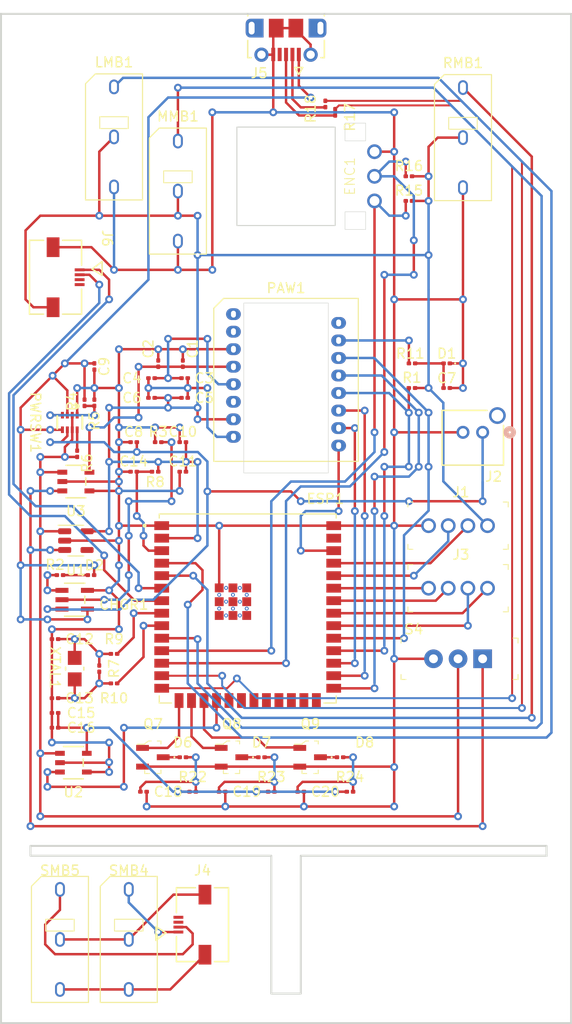
<source format=kicad_pcb>
(kicad_pcb (version 20221018) (generator pcbnew)
  (layers (0 "F.Cu" signal) (31 "B.Cu" signal) (34 "B.Paste" user) (35 "F.Paste" user) (36 "B.SilkS" user "B.Silkscreen") (37 "F.SilkS" user "F.Silkscreen") (38 "B.Mask" user) (39 "F.Mask" user) (44 "Edge.Cuts" user))
  (net 0 "")
  (net 1 "PWR_1.9V")
  (net 2 "VDDREG")
  (net 3 "GND1")
  (net 4 "Net-(D1-A)")
  (net 5 "+BATT")
  (net 6 "VBUS")
  (net 7 "Net-(C12-Pad2)")
  (net 8 "Net-(C13-Pad2)")
  (net 9 "EN")
  (net 10 "Net-(D6-A)")
  (net 11 "Net-(D7-A)")
  (net 12 "Net-(D8-A)")
  (net 13 "Net-(CHGR1-STAT)")
  (net 14 "Net-(CHGR1-VSS)")
  (net 15 "Net-(D2-K)")
  (net 16 "Net-(D6-K)")
  (net 17 "Net-(D7-K)")
  (net 18 "Net-(D8-K)")
  (net 19 "SCROLL_UP")
  (net 20 "SCROLL_DOWN")
  (net 21 "SW1_COM")
  (net 22 "SW2_COM")
  (net 23 "SW3_COM")
  (net 24 "SW4_COM")
  (net 25 "XTAL1")
  (net 26 "XTAL2")
  (net 27 "SCROLL_CLICK")
  (net 28 "USB_D-")
  (net 29 "USB_D+")
  (net 30 "LED_R")
  (net 31 "LED_G")
  (net 32 "LED_B")
  (net 33 "PWR_5V_EN")
  (net 42 "NCS")
  (net 43 "MOSI")
  (net 44 "SCLK")
  (net 45 "MISO")
  (net 46 "NRESET")
  (net 47 "TCK")
  (net 48 "TDO")
  (net 49 "TDI")
  (net 50 "TMS")
  (net 51 "RXD0")
  (net 52 "TXD0")
  (net 53 "MOTION")
  (net 55 "Net-(J5-D-)")
  (net 56 "Net-(J5-D+)")
  (net 61 "LED_P")
  (net 63 "PWR_OUT")
  (net 64 "Net-(PWRSW1-PR1)")
  (net 65 "PWRSTAT")
  (net 66 "PWR_EN")
  (net 68 "GND")
  (net 69 "PWR_3.3V")
  (net 70 "PWR_5V")
  (net 75 "PWR_3.3V_OFF")
  (net 76 "SW4_COM_OFF")
  (net 77 "SW3_COM_OFF")
  (net 78 "GND_OFF")
  (footprint "Capacitor_SMD:C_0201_0603Metric" (layer "F.Cu") (at 60.7 63.95)
    (fp_text reference "C8")
    (fp_text value "4.7uF" hide)
  )
  (footprint "Resistor_SMD:R_0201_0603Metric" (layer "F.Cu") (at 80.2 29.605 -90)
    (fp_text reference "R18")
    (fp_text value "22" hide)
  )
  (footprint "Resistor_SMD:R_0201_0603Metric" (layer "F.Cu") (at 57.2 86.95 -90)
    (fp_text reference "R7")
    (fp_text value "??" hide)
  )
  (footprint "Package_TO_SOT_SMD:SOT-23-5" (layer "F.Cu") (at 54.82 73.95)
    (fp_text reference "U1")
    (fp_text value "AP2112K-3.3" hide)
  )
  (footprint "Capacitor_SMD:C_0201_0603Metric" (layer "F.Cu") (at 61.7 99.45)
    (fp_text reference "C18")
    (fp_text value "4.7uF" hide)
  )
  (footprint "digikey-footprints:PinHeader_1x4_P2mm_Drill1mm" (layer "F.Cu") (at 90.7 78.78)
    (fp_text reference "J3")
    (fp_text value "B4B-PH-K-S_LF__SN_" hide)
  )
  (footprint "switch_kailh:KailhSw" (layer "F.Cu") (at 65.2 33.37 -90)
    (fp_text reference "MMB1")
    (fp_text value "~" hide)
  )
  (footprint "LED_SMD:LED_0201_0603Metric" (layer "F.Cu") (at 81.7 95.95)
    (fp_text reference "D8")
    (fp_text value "LED_B" hide)
  )
  (footprint "Resistor_SMD:R_0201_0603Metric" (layer "F.Cu") (at 53.2 77.45 180)
    (fp_text reference "R2")
    (fp_text value "470" hide)
  )
  (footprint "Resistor_SMD:R_0201_0603Metric" (layer "F.Cu") (at 58.7 88.45 180)
    (fp_text reference "R10")
    (fp_text value "0" hide)
  )
  (footprint "Capacitor_SMD:C_0201_0603Metric" (layer "F.Cu") (at 56.7 56.27 90)
    (fp_text reference "C9")
    (fp_text value "4.7uF" hide)
  )
  (footprint "Capacitor_SMD:C_0201_0603Metric" (layer "F.Cu") (at 65.88 59.45)
    (fp_text reference "C5")
    (fp_text value "100nF" hide)
  )
  (footprint "molex_4pin:CON_5051100492_MOL" (layer "F.Cu") (at 67.7 112.95 90)
    (fp_text reference "J4")
    (fp_text value "5051100492" hide)
  )
  (footprint "digikey-footprints:SOT-23-3" (layer "F.Cu") (at 70.65 95.95)
    (fp_text reference "Q8")
    (fp_text value "MMBT3904-7-F" hide)
  )
  (footprint "Resistor_SMD:R_0201_0603Metric" (layer "F.Cu") (at 81.2 30.45 -90)
    (fp_text reference "R17")
    (fp_text value "22" hide)
  )
  (footprint "Capacitor_SMD:C_0201_0603Metric" (layer "F.Cu") (at 65.7 66.95)
    (fp_text reference "C11")
    (fp_text value "0.1uF" hide)
  )
  (footprint "Capacitor_SMD:C_0201_0603Metric" (layer "F.Cu") (at 52.7 91.45)
    (fp_text reference "C15")
    (fp_text value "22uF" hide)
  )
  (footprint "Resistor_SMD:R_0201_0603Metric" (layer "F.Cu") (at 58.7 85.45 180)
    (fp_text reference "R9")
    (fp_text value "0" hide)
  )
  (footprint "Resistor_SMD:R_0201_0603Metric" (layer "F.Cu") (at 82.7 99.45)
    (fp_text reference "R24")
    (fp_text value "??" hide)
  )
  (footprint "Capacitor_SMD:C_0201_0603Metric" (layer "F.Cu") (at 69.7 99.45)
    (fp_text reference "C19")
    (fp_text value "4.7uF" hide)
  )
  (footprint "Capacitor_SMD:C_0201_0603Metric" (layer "F.Cu") (at 60.7 66.95)
    (fp_text reference "C14")
    (fp_text value "1uF" hide)
  )
  (footprint "molex_4pin:CON_5051100492_MOL" (layer "F.Cu") (at 52.75 47.2 -90)
    (fp_text reference "J6")
    (fp_text value "5051100492" hide)
  )
  (footprint "Resistor_SMD:R_0201_0603Metric" (layer "F.Cu") (at 89.02 55.95)
    (fp_text reference "R11")
    (fp_text value "5.6" hide)
  )
  (footprint "TTC_GOLD_ENCODER:TTC_GOLD_ENCODER" (layer "F.Cu") (at 85.2 36.95 90)
    (fp_text reference "ENC1")
    (fp_text value "~" hide)
    (fp_rect (start -5.4 -3) (end -3.6 -0.9) (stroke (width 0.05)) (fill none) (layer "Edge.Cuts"))
    (fp_rect (start 3.6 -3) (end 5.4 -0.9) (stroke (width 0.05)) (fill none) (layer "Edge.Cuts"))
  )
  (footprint "digikey-footprints:SOT-23-3" (layer "F.Cu") (at 62.65 95.95)
    (fp_text reference "Q7")
    (fp_text value "MMBT3904-7-F" hide)
  )
  (footprint "usb_micro:MOLEX_1050170001" (layer "F.Cu") (at 76.2 20.45 180)
    (fp_text reference "J5")
    (fp_text value "USB_B_Micro" hide)
  )
  (footprint "Resistor_SMD:R_0201_0603Metric" (layer "F.Cu") (at 62.88 66.95 180)
    (fp_text reference "R8")
    (fp_text value "10k" hide)
  )
  (footprint "switch_kailh:KailhSw" (layer "F.Cu") (at 58.7 27.87 -90)
    (fp_text reference "LMB1")
    (fp_text value "~" hide)
  )
  (footprint "RT3215_32_768_12_5_TR:RT3215_RAL" (layer "F.Cu") (at 54.7 86.95 -90)
    (fp_text reference "XTAL1")
    (fp_text value "RT3215-32.768-12.5-TR" hide)
  )
  (footprint "Capacitor_SMD:C_0201_0603Metric" (layer "F.Cu") (at 77.7 99.45)
    (fp_text reference "C20")
    (fp_text value "4.7uF" hide)
  )
  (footprint "digikey-footprints:SOT-23-3" (layer "F.Cu") (at 78.65 95.95)
    (fp_text reference "Q9")
    (fp_text value "MMBT3904-7-F" hide)
  )
  (footprint "MCP73831T_2ACI_OT:SOT-23-5_MC_MCH" (layer "F.Cu") (at 54.7 79.95)
    (fp_text reference "CHGR1")
    (fp_text value "MCP73831T-2ACI/OT" hide)
  )
  (footprint "LED_SMD:LED_0201_0603Metric" (layer "F.Cu") (at 65.7 95.95)
    (fp_text reference "D6")
    (fp_text value "LED_R" hide)
  )
  (footprint "Capacitor_SMD:C_0201_0603Metric" (layer "F.Cu") (at 92.545 58.45)
    (fp_text reference "C7")
    (fp_text value "33uF" hide)
  )
  (footprint "switch_kailh:KailhSw" (layer "F.Cu") (at 94.2 27.94 -90)
    (fp_text reference "RMB1")
    (fp_text value "~" hide)
  )
  (footprint "digikey-footprints:PinHeader_1x4_P2mm_Drill1mm" (layer "F.Cu") (at 90.7 72.43)
    (fp_text reference "J1")
    (fp_text value "B4B-PH-K-S_LF__SN_" hide)
  )
  (footprint "Capacitor_SMD:C_0201_0603Metric" (layer "F.Cu") (at 65.7 63.95)
    (fp_text reference "C10")
    (fp_text value "22uF" hide)
  )
  (footprint "LED_SMD:LED_0201_0603Metric" (layer "F.Cu") (at 56.355 77.45)
    (fp_text reference "D2")
    (fp_text value "LED" hide)
  )
  (footprint "sensor_paw3395:PAW3395" (layer "F.Cu") (at 81.55 64.3 -90)
    (fp_text reference "PAW1")
    (fp_text value "~" hide)
    (fp_rect (start -14.48 1.05) (end 2.78 9.65) (stroke (width 0.05)) (fill none) (layer "Edge.Cuts"))
  )
  (footprint "Resistor_SMD:R_0201_0603Metric" (layer "F.Cu") (at 55.7 59.95 -90)
    (fp_text reference "R4")
    (fp_text value "10k" hide)
  )
  (footprint "Resistor_SMD:R_0201_0603Metric" (layer "F.Cu") (at 88.7 39.45)
    (fp_text reference "R15")
    (fp_text value "10k" hide)
  )
  (footprint "MIC5219_5_0YM5_TR:SOT-23-5_M5_MCH" (layer "F.Cu") (at 54.56525 96.499999)
    (fp_text reference "U2")
    (fp_text value "MIC5219-5.0YM5-TR" hide)
  )
  (footprint "Resistor_SMD:R_0201_0603Metric" (layer "F.Cu") (at 88.7 36.95)
    (fp_text reference "R16")
    (fp_text value "10k" hide)
  )
  (footprint "switch_kailh:KailhSw" (layer "F.Cu") (at 53.2 109.37 -90)
    (fp_text reference "SMB5")
    (fp_text value "~" hide)
  )
  (footprint "switch_kailh:KailhSw" (layer "F.Cu") (at 60.2 109.37 -90)
    (fp_text reference "SMB4")
    (fp_text value "~" hide)
  )
  (footprint "Capacitor_SMD:C_0201_0603Metric" (layer "F.Cu") (at 62.52 57.45)
    (fp_text reference "C4")
    (fp_text value "4.7uF" hide)
  )
  (footprint "ESP32-S3-WROOM-1U:ESP32-S3-WROOM-1U" (layer "F.Cu") (at 72.3 80.84)
    (fp_text reference "ESP1")
    (fp_text value "ESP32-S3-WROOM-1U" hide)
  )
  (footprint "Capacitor_SMD:C_0201_0603Metric" (layer "F.Cu") (at 62.52 59.45)
    (fp_text reference "C6")
    (fp_text value "10uF" hide)
  )
  (footprint "Capacitor_SMD:C_0201_0603Metric" (layer "F.Cu") (at 65.7 55.97 -90)
    (fp_text reference "C1")
    (fp_text value "10uF" hide)
  )
  (footprint "LED_SMD:LED_0201_0603Metric" (layer "F.Cu") (at 73.7 95.95)
    (fp_text reference "D7")
    (fp_text value "LED_G" hide)
  )
  (footprint "Capacitor_SMD:C_0201_0603Metric" (layer "F.Cu") (at 52.7 92.95)
    (fp_text reference "C16")
    (fp_text value "0.1uF" hide)
  )
  (footprint "Capacitor_SMD:C_0201_0603Metric" (layer "F.Cu") (at 52.7 83.95)
    (fp_text reference "C12")
    (fp_text value "12pF" hide)
  )
  (footprint "Resistor_SMD:R_0201_0603Metric" (layer "F.Cu") (at 89.007701 58.45)
    (fp_text reference "R1")
    (fp_text value "10k" hide)
  )
  (footprint "Resistor_SMD:R_0201_0603Metric" (layer "F.Cu") (at 66.7 99.45)
    (fp_text reference "R22")
    (fp_text value "??" hide)
  )
  (footprint "TPS78319DDCT:DDC5_TEX" (layer "F.Cu") (at 54.82 67.95)
    (fp_text reference "U3")
    (fp_text value "TPS78319DDCT" hide)
  )
  (footprint "Capacitor_SMD:C_0201_0603Metric" (layer "F.Cu") (at 63.2 55.97 90)
    (fp_text reference "C2")
    (fp_text value "10uF" hide)
  )
  (footprint "LED_SMD:LED_0201_0603Metric" (layer "F.Cu") (at 92.545 55.95 180)
    (fp_text reference "D1")
    (fp_text value "LED" hide)
  )
  (footprint "Resistor_SMD:R_0201_0603Metric" (layer "F.Cu") (at 54.950001 65.13 90)
    (fp_text reference "R6")
    (fp_text value "10k" hide)
  )
  (footprint "conn_bat:CONN_B02B-PASK-1_JST" (layer "F.Cu") (at 96.200001 62.95)
    (fp_text reference "J2")
    (fp_text value "B02B-PASK-1" hide)
  )
  (footprint "Capacitor_SMD:C_0201_0603Metric" (layer "F.Cu") (at 65.88 57.45)
    (fp_text reference "C3")
    (fp_text value "100nF" hide)
  )
  (footprint "Resistor_SMD:R_0201_0603Metric" (layer "F.Cu") (at 56.7 59.95 -90)
    (fp_text reference "R5")
    (fp_text value "10k" hide)
  )
  (footprint "digikey-footprints:Switch_Slide_11.6x4mm_EG1218" (layer "F.Cu") (at 96.2 85.95 180)
    (fp_text reference "S4")
    (fp_text value "EG1218" hide)
  )
  (footprint "Resistor_SMD:R_0201_0603Metric" (layer "F.Cu") (at 63.2 63.95)
    (fp_text reference "R3")
    (fp_text value "2k" hide)
  )
  (footprint "Resistor_SMD:R_0201_0603Metric" (layer "F.Cu") (at 74.7 99.45)
    (fp_text reference "R23")
    (fp_text value "??" hide)
  )
  (footprint "TPS2116DRLR:DRL0008A-MFG" (layer "F.Cu") (at 54.2 61.95 -90)
    (fp_text reference "PWRSW1")
    (fp_text value "TPS2116DRLR" hide)
  )
  (footprint "Capacitor_SMD:C_0201_0603Metric" (layer "F.Cu") (at 52.7 89.95)
    (fp_text reference "C13")
    (fp_text value "12pF" hide)
  )
  (gr_rect (start 47.2 20.45) (end 105.2 122.95) (stroke (width 0.2)) (fill none) (layer "Edge.Cuts"))
  (gr_rect (start 71.2 31.95) (end 81.2 41.95) (stroke (width 0.1)) (fill none) (layer "Edge.Cuts"))
  (gr_poly (pts (xy 50.2 105.95) (xy 74.7 105.95) (xy 74.7 119.95) (xy 77.7 119.95) (xy 77.7 105.95) (xy 102.7 105.95) (xy 102.7 104.95) (xy 73.7 104.95) (xy 50.2 104.95)) (stroke (width 0.2)) (fill none) (layer "Edge.Cuts"))
  (segment (start 70.85 56.29) (end 65.7 56.29) (width 0.25) (layer "F.Cu") (net 1))
  (segment (start 65.7 56.29) (end 63.2 56.29) (width 0.25) (layer "F.Cu") (net 1))
  (segment (start 56.19795 62.45205) (end 56.19795 66.999999) (width 0.25) (layer "F.Cu") (net 1))
  (segment (start 61.2 56.29) (end 61.2 61.45) (width 0.25) (layer "F.Cu") (net 1))
  (segment (start 63.2 56.29) (end 61.2 56.29) (width 0.25) (layer "F.Cu") (net 1))
  (segment (start 56.2 62.45) (end 56.19795 62.45205) (width 0.25) (layer "F.Cu") (net 1))
  (via (at 61.2 61.45) (size 0.8) (drill 0.4) (layers "F.Cu" "B.Cu") (net 1))
  (via (at 61.2 56.29) (size 0.8) (drill 0.4) (layers "F.Cu" "B.Cu") (net 1))
  (via (at 56.2 62.45) (size 0.8) (drill 0.4) (layers "F.Cu" "B.Cu") (net 1))
  (segment (start 57.7 62.45) (end 58.7 61.45) (width 0.25) (layer "B.Cu") (net 1))
  (segment (start 58.7 61.45) (end 61.2 61.45) (width 0.25) (layer "B.Cu") (net 1))
  (segment (start 56.2 62.45) (end 57.7 62.45) (width 0.25) (layer "B.Cu") (net 1))
  (segment (start 64.2 53.45) (end 68.2 53.45) (width 0.25) (layer "F.Cu") (net 2))
  (segment (start 64.2 57.45) (end 62.84 57.45) (width 0.25) (layer "F.Cu") (net 2))
  (segment (start 65.56 57.45) (end 64.2 57.45) (width 0.25) (layer "F.Cu") (net 2))
  (via (at 64.2 53.45) (size 0.8) (drill 0.4) (layers "F.Cu" "B.Cu") (net 2))
  (via (at 68.2 53.45) (size 0.8) (drill 0.4) (layers "F.Cu" "B.Cu") (net 2))
  (via (at 64.2 57.45) (size 0.8) (drill 0.4) (layers "F.Cu" "B.Cu") (net 2))
  (segment (start 64.2 57.45) (end 64.2 53.45) (width 0.25) (layer "B.Cu") (net 2))
  (segment (start 68.2 53.45) (end 68.2 56.95) (width 0.25) (layer "B.Cu") (net 2))
  (segment (start 68.2 56.95) (end 69.32 58.07) (width 0.25) (layer "B.Cu") (net 2))
  (segment (start 69.32 58.07) (end 70.85 58.07) (width 0.25) (layer "B.Cu") (net 2))
  (segment (start 66.2 58.45) (end 66.2 57.45) (width 0.25) (layer "F.Cu") (net 3))
  (segment (start 66.2 58.45) (end 68.2 58.45) (width 0.25) (layer "F.Cu") (net 3))
  (segment (start 66.2 59.45) (end 66.2 58.45) (width 0.25) (layer "F.Cu") (net 3))
  (segment (start 62.2 58.45) (end 62.2 57.45) (width 0.25) (layer "F.Cu") (net 3))
  (segment (start 62.2 59.45) (end 62.2 58.45) (width 0.25) (layer "F.Cu") (net 3))
  (via (at 62.2 58.45) (size 0.8) (drill 0.4) (layers "F.Cu" "B.Cu") (net 3))
  (via (at 68.2 58.45) (size 0.8) (drill 0.4) (layers "F.Cu" "B.Cu") (net 3))
  (via (at 66.2 58.45) (size 0.8) (drill 0.4) (layers "F.Cu" "B.Cu") (net 3))
  (segment (start 69.16 63.41) (end 70.85 63.41) (width 0.25) (layer "B.Cu") (net 3))
  (segment (start 68.2 62.45) (end 69.16 63.41) (width 0.25) (layer "B.Cu") (net 3))
  (segment (start 62.2 58.45) (end 66.2 58.45) (width 0.25) (layer "B.Cu") (net 3))
  (segment (start 68.2 58.45) (end 68.2 62.45) (width 0.25) (layer "B.Cu") (net 3))
  (segment (start 92.225 55.95) (end 89.34 55.95) (width 0.25) (layer "F.Cu") (net 4))
  (segment (start 92.225 58.45) (end 92.225 55.95) (width 0.25) (layer "F.Cu") (net 4))
  (segment (start 53.95 63.324999) (end 53.324999 63.95) (width 0.25) (layer "F.Cu") (net 5))
  (segment (start 76.7 68.95) (end 68.2 68.95) (width 0.25) (layer "F.Cu") (net 5))
  (segment (start 53.324999 63.95) (end 52.2 63.95) (width 0.25) (layer "F.Cu") (net 5))
  (segment (start 53.4046 80.900001) (end 51.974499 80.900001) (width 0.25) (layer "F.Cu") (net 5))
  (segment (start 88.7 69.95) (end 96.2 69.95) (width 0.25) (layer "F.Cu") (net 5))
  (segment (start 77.7 69.95) (end 76.7 68.95) (width 0.25) (layer "F.Cu") (net 5))
  (segment (start 53.95 62.690001) (end 53.95 63.324999) (width 0.25) (layer "F.Cu") (net 5))
  (segment (start 51.9245 80.900001) (end 52.2 80.900001) (width 0.25) (layer "F.Cu") (net 5))
  (segment (start 61.02 64.95) (end 61.02 63.95) (width 0.25) (layer "F.Cu") (net 5))
  (via (at 88.7 69.95) (size 0.8) (drill 0.4) (layers "F.Cu" "B.Cu") (net 5))
  (via (at 51.9245 80.900001) (size 0.8) (drill 0.4) (layers "F.Cu" "B.Cu") (net 5))
  (via (at 68.2 68.95) (size 0.8) (drill 0.4) (layers "F.Cu" "B.Cu") (net 5))
  (via (at 96.2 69.95) (size 0.8) (drill 0.4) (layers "F.Cu" "B.Cu") (net 5))
  (via (at 61.02 64.95) (size 0.8) (drill 0.4) (layers "F.Cu" "B.Cu") (net 5))
  (via (at 77.7 69.95) (size 0.8) (drill 0.4) (layers "F.Cu" "B.Cu") (net 5))
  (via (at 52.2 63.95) (size 0.8) (drill 0.4) (layers "F.Cu" "B.Cu") (net 5))
  (segment (start 68.2 65.924695) (end 68.2 74.45) (width 0.25) (layer "B.Cu") (net 5))
  (segment (start 57.7 63.95) (end 52.2 63.95) (width 0.25) (layer "B.Cu") (net 5))
  (segment (start 59.304695 80.95) (end 51.974499 80.95) (width 0.25) (layer "B.Cu") (net 5))
  (segment (start 68.2 74.45) (end 62.7 79.95) (width 0.25) (layer "B.Cu") (net 5))
  (segment (start 61.02 64.95) (end 67.225305 64.95) (width 0.25) (layer "B.Cu") (net 5))
  (segment (start 96.2 67.95) (end 96.2 69.95) (width 0.25) (layer "B.Cu") (net 5))
  (segment (start 61.02 64.95) (end 58.7 64.95) (width 0.25) (layer "B.Cu") (net 5))
  (segment (start 88.7 69.95) (end 77.7 69.95) (width 0.25) (layer "B.Cu") (net 5))
  (segment (start 67.225305 64.95) (end 68.2 65.924695) (width 0.25) (layer "B.Cu") (net 5))
  (segment (start 96.2 69.95) (end 96.200002 69.949998) (width 0.25) (layer "B.Cu") (net 5))
  (segment (start 62.7 79.95) (end 60.304695 79.95) (width 0.25) (layer "B.Cu") (net 5))
  (segment (start 60.304695 79.95) (end 59.304695 80.95) (width 0.25) (layer "B.Cu") (net 5))
  (segment (start 58.7 64.95) (end 57.7 63.95) (width 0.25) (layer "B.Cu") (net 5))
  (segment (start 96.200002 69.949998) (end 96.200002 62.95) (width 0.25) (layer "B.Cu") (net 5))
  (segment (start 51.974499 80.95) (end 51.9245 80.900001) (width 0.25) (layer "B.Cu") (net 5))
  (segment (start 78.7 28.95) (end 77.5 27.75) (width 0.25) (layer "F.Cu") (net 6))
  (segment (start 52.45 57.2) (end 49.2 60.45) (width 0.25) (layer "F.Cu") (net 6))
  (segment (start 51.9245 81.95) (end 55.9954 81.95) (width 0.25) (layer "F.Cu") (net 6))
  (segment (start 56.675 77.45) (end 56.675 76.475) (width 0.25) (layer "F.Cu") (net 6))
  (segment (start 55.9954 81.95) (end 55.9954 80.900001) (width 0.25) (layer "F.Cu") (net 6))
  (segment (start 49.2 60.45) (end 49.2 62.690001) (width 0.25) (layer "F.Cu") (net 6))
  (segment (start 49.2 76.45) (end 49.2 62.690001) (width 0.25) (layer "F.Cu") (net 6))
  (segment (start 53.7 55.95) (end 52.45 57.2) (width 0.25) (layer "F.Cu") (net 6))
  (segment (start 51.940001 62.690001) (end 49.2 62.690001) (width 0.25) (layer "F.Cu") (net 6))
  (segment (start 53.95 61.209999) (end 53.95 58.7) (width 0.25) (layer "F.Cu") (net 6))
  (segment (start 56.7 55.95) (end 55.7 55.95) (width 0.25) (layer "F.Cu") (net 6))
  (segment (start 56.675 76.475) (end 56.7 76.45) (width 0.25) (layer "F.Cu") (net 6))
  (segment (start 53.449999 62.690001) (end 52.2 62.690001) (width 0.25) (layer "F.Cu") (net 6))
  (segment (start 53.95 58.7) (end 52.45 57.2) (width 0.25) (layer "F.Cu") (net 6))
  (segment (start 55.7 59.63) (end 55.7 55.95) (width 0.25) (layer "F.Cu") (net 6))
  (segment (start 77.5 27.75) (end 77.5 24.575) (width 0.25) (layer "F.Cu") (net 6))
  (segment (start 55.7 55.95) (end 53.7 55.95) (width 0.25) (layer "F.Cu") (net 6))
  (via (at 49.2 62.690001) (size 0.8) (drill 0.4) (layers "F.Cu" "B.Cu") (net 6))
  (via (at 52.2 62.690001) (size 0.8) (drill 0.4) (layers "F.Cu" "B.Cu") (net 6))
  (via (at 55.9954 81.95) (size 0.8) (drill 0.4) (layers "F.Cu" "B.Cu") (net 6))
  (via (at 56.7 76.45) (size 0.8) (drill 0.4) (layers "F.Cu" "B.Cu") (net 6))
  (via (at 51.9245 81.95) (size 0.8) (drill 0.4) (layers "F.Cu" "B.Cu") (net 6))
  (via (at 49.2 76.45) (size 0.8) (drill 0.4) (layers "F.Cu" "B.Cu") (net 6))
  (via (at 52.45 57.2) (size 0.8) (drill 0.4) (layers "F.Cu" "B.Cu") (net 6))
  (via (at 53.7 55.95) (size 0.8) (drill 0.4) (layers "F.Cu" "B.Cu") (net 6))
  (via (at 49.2 81.95) (size 0.8) (drill 0.4) (layers "F.Cu" "B.Cu") (net 6))
  (via (at 78.7 28.95) (size 0.8) (drill 0.4) (layers "F.Cu" "B.Cu") (net 6))
  (via (at 55.7 55.95) (size 0.8) (drill 0.4) (layers "F.Cu" "B.Cu") (net 6))
  (segment (start 49.2 81.95) (end 49.2 76.45) (width 0.25) (layer "B.Cu") (net 6))
  (segment (start 78.7 28.95) (end 64.2 28.95) (width 0.25) (layer "B.Cu") (net 6))
  (segment (start 64.2 28.95) (end 62.2 30.95) (width 0.25) (layer "B.Cu") (net 6))
  (segment (start 56.7 76.45) (end 49.2 76.45) (width 0.25) (layer "B.Cu") (net 6))
  (segment (start 62.2 47.45) (end 53.7 55.95) (width 0.25) (layer "B.Cu") (net 6))
  (segment (start 51.9245 81.95) (end 49.2 81.95) (width 0.25) (layer "B.Cu") (net 6))
  (segment (start 62.2 30.95) (end 62.2 47.45) (width 0.25) (layer "B.Cu") (net 6))
  (segment (start 54.7 83.95) (end 55.7 83.95) (width 0.25) (layer "F.Cu") (net 7))
  (segment (start 57.2 85.45) (end 58.38 85.45) (width 0.25) (layer "F.Cu") (net 7))
  (segment (start 54.7 83.95) (end 54.7 85.8578) (width 0.25) (layer "F.Cu") (net 7))
  (segment (start 54.7 83.95) (end 53.02 83.95) (width 0.25) (layer "F.Cu") (net 7))
  (segment (start 57.2 86.63) (end 57.2 85.45) (width 0.25) (layer "F.Cu") (net 7))
  (segment (start 55.7 83.95) (end 57.2 85.45) (width 0.25) (layer "F.Cu") (net 7))
  (via (at 57.2 85.45) (size 0.8) (drill 0.4) (layers "F.Cu" "B.Cu") (net 7))
  (via (at 54.7 83.95) (size 0.8) (drill 0.4) (layers "F.Cu" "B.Cu") (net 7))
  (segment (start 57.2 88.45) (end 58.38 88.45) (width 0.25) (layer "F.Cu") (net 8))
  (segment (start 55.7 89.95) (end 57.2 88.45) (width 0.25) (layer "F.Cu") (net 8))
  (segment (start 54.7 89.95) (end 55.7 89.95) (width 0.25) (layer "F.Cu") (net 8))
  (segment (start 54.7 89.95) (end 54.7 88.0422) (width 0.25) (layer "F.Cu") (net 8))
  (segment (start 57.2 88.45) (end 57.2 87.27) (width 0.25) (layer "F.Cu") (net 8))
  (segment (start 53.02 89.95) (end 54.7 89.95) (width 0.25) (layer "F.Cu") (net 8))
  (via (at 54.7 89.95) (size 0.8) (drill 0.4) (layers "F.Cu" "B.Cu") (net 8))
  (via (at 57.2 88.45) (size 0.8) (drill 0.4) (layers "F.Cu" "B.Cu") (net 8))
  (segment (start 61.7 74.45) (end 62.22 74.97) (width 0.25) (layer "F.Cu") (net 9))
  (segment (start 62.56 66.95) (end 61.02 66.95) (width 0.25) (layer "F.Cu") (net 9))
  (segment (start 62.22 74.97) (end 63.55 74.97) (width 0.25) (layer "F.Cu") (net 9))
  (segment (start 61.02 66.95) (end 61.02 71.45) (width 0.25) (layer "F.Cu") (net 9))
  (segment (start 61.7 73.45) (end 61.7 74.45) (width 0.25) (layer "F.Cu") (net 9))
  (via (at 61.7 73.45) (size 0.8) (drill 0.4) (layers "F.Cu" "B.Cu") (net 9))
  (via (at 61.02 71.45) (size 0.8) (drill 0.4) (layers "F.Cu" "B.Cu") (net 9))
  (segment (start 61.7 73.45) (end 61.7 72.13) (width 0.25) (layer "B.Cu") (net 9))
  (segment (start 61.7 72.13) (end 61.02 71.45) (width 0.25) (layer "B.Cu") (net 9))
  (segment (start 67.02 95.95) (end 66.02 95.95) (width 0.25) (layer "F.Cu") (net 10))
  (segment (start 61.944479 98.45) (end 67.02 98.45) (width 0.25) (layer "F.Cu") (net 10))
  (segment (start 67.02 99.45) (end 67.02 98.45) (width 0.25) (layer "F.Cu") (net 10))
  (segment (start 61.38 99.014479) (end 61.944479 98.45) (width 0.25) (layer "F.Cu") (net 10))
  (segment (start 61.38 99.45) (end 61.38 99.014479) (width 0.25) (layer "F.Cu") (net 10))
  (via (at 67.02 98.45) (size 0.8) (drill 0.4) (layers "F.Cu" "B.Cu") (net 10))
  (via (at 67.02 95.95) (size 0.8) (drill 0.4) (layers "F.Cu" "B.Cu") (net 10))
  (segment (start 67.02 98.45) (end 67.02 95.95) (width 0.25) (layer "B.Cu") (net 10))
  (segment (start 69.38 99.014479) (end 69.944479 98.45) (width 0.25) (layer "F.Cu") (net 11))
  (segment (start 69.38 99.45) (end 69.38 99.014479) (width 0.25) (layer "F.Cu") (net 11))
  (segment (start 75.02 95.95) (end 74.02 95.95) (width 0.25) (layer "F.Cu") (net 11))
  (segment (start 75.02 99.45) (end 75.02 98.45) (width 0.25) (layer "F.Cu") (net 11))
  (segment (start 69.944479 98.45) (end 75.02 98.45) (width 0.25) (layer "F.Cu") (net 11))
  (via (at 75.02 95.95) (size 0.8) (drill 0.4) (layers "F.Cu" "B.Cu") (net 11))
  (via (at 75.02 98.45) (size 0.8) (drill 0.4) (layers "F.Cu" "B.Cu") (net 11))
  (segment (start 75.02 95.95) (end 75.02 98.45) (width 0.25) (layer "B.Cu") (net 11))
  (segment (start 77.38 98.95) (end 77.88 98.45) (width 0.25) (layer "F.Cu") (net 12))
  (segment (start 83.02 95.95) (end 82.02 95.95) (width 0.25) (layer "F.Cu") (net 12))
  (segment (start 83.02 99.45) (end 83.02 98.45) (width 0.25) (layer "F.Cu") (net 12))
  (segment (start 77.88 98.45) (end 83.02 98.45) (width 0.25) (layer "F.Cu") (net 12))
  (segment (start 77.38 99.45) (end 77.38 98.95) (width 0.25) (layer "F.Cu") (net 12))
  (via (at 83.02 95.95) (size 0.8) (drill 0.4) (layers "F.Cu" "B.Cu") (net 12))
  (via (at 83.02 98.45) (size 0.8) (drill 0.4) (layers "F.Cu" "B.Cu") (net 12))
  (segment (start 83.02 98.45) (end 83.02 95.95) (width 0.25) (layer "B.Cu") (net 12))
  (segment (start 51.9245 78.999999) (end 51.9245 77.45) (width 0.25) (layer "F.Cu") (net 13))
  (segment (start 51.9245 77.45) (end 52.88 77.45) (width 0.25) (layer "F.Cu") (net 13))
  (segment (start 53.4046 78.999999) (end 51.9245 78.999999) (width 0.25) (layer "F.Cu") (net 13))
  (via (at 51.9245 78.999999) (size 0.8) (drill 0.4) (layers "F.Cu" "B.Cu") (net 13))
  (via (at 51.9245 77.45) (size 0.8) (drill 0.4) (layers "F.Cu" "B.Cu") (net 13))
  (segment (start 64.5505 63.95) (end 64.5505 69.95) (width 0.25) (layer "F.Cu") (net 14))
  (segment (start 63.52 63.95) (end 64.5505 63.95) (width 0.25) (layer "F.Cu") (net 14))
  (segment (start 53.4046 79.95) (end 57.7 79.95) (width 0.25) (layer "F.Cu") (net 14))
  (segment (start 60.2 77.45) (end 60.2 73.45) (width 0.25) (layer "F.Cu") (net 14))
  (via (at 64.5505 63.95) (size 0.8) (drill 0.4) (layers "F.Cu" "B.Cu") (net 14))
  (via (at 64.5505 69.95) (size 0.8) (drill 0.4) (layers "F.Cu" "B.Cu") (net 14))
  (via (at 60.2 73.45) (size 0.8) (drill 0.4) (layers "F.Cu" "B.Cu") (net 14))
  (via (at 60.2 77.45) (size 0.8) (drill 0.4) (layers "F.Cu" "B.Cu") (net 14))
  (via (at 60.2 69.95) (size 0.8) (drill 0.4) (layers "F.Cu" "B.Cu") (net 14))
  (via (at 57.7 79.95) (size 0.8) (drill 0.4) (layers "F.Cu" "B.Cu") (net 14))
  (segment (start 59.225305 79.95) (end 57.7 79.95) (width 0.25) (layer "B.Cu") (net 14))
  (segment (start 60.2 69.95) (end 60.2 73.45) (width 0.25) (layer "B.Cu") (net 14))
  (segment (start 60.2 78.975305) (end 59.225305 79.95) (width 0.25) (layer "B.Cu") (net 14))
  (segment (start 60.2 69.95) (end 64.5505 69.95) (width 0.25) (layer "B.Cu") (net 14))
  (segment (start 60.2 77.45) (end 60.2 78.975305) (width 0.25) (layer "B.Cu") (net 14))
  (segment (start 56.035 77.45) (end 53.52 77.45) (width 0.25) (layer "F.Cu") (net 15))
  (segment (start 65.38 95.95) (end 63.7 95.95) (width 0.25) (layer "F.Cu") (net 16))
  (segment (start 73.38 95.95) (end 71.7 95.95) (width 0.25) (layer "F.Cu") (net 17))
  (segment (start 81.38 95.95) (end 79.7 95.95) (width 0.25) (layer "F.Cu") (net 18))
  (segment (start 88.38 40.95) (end 88.38 39.45) (width 0.25) (layer "F.Cu") (net 19))
  (segment (start 74.7 85.13) (end 63.55 85.13) (width 0.25) (layer "F.Cu") (net 19))
  (segment (start 85.2 39.45) (end 85.2 62.95) (width 0.25) (layer "F.Cu") (net 19))
  (via (at 88.38 40.95) (size 0.8) (drill 0.4) (layers "F.Cu" "B.Cu") (net 19))
  (via (at 85.2 62.95) (size 0.8) (drill 0.4) (layers "F.Cu" "B.Cu") (net 19))
  (via (at 74.7 85.13) (size 0.8) (drill 0.4) (layers "F.Cu" "B.Cu") (net 19))
  (segment (start 74.7 84.95) (end 74.7 69.95) (width 0.25) (layer "B.Cu") (net 19))
  (segment (start 74.7 69.95) (end 76.7 67.95) (width 0.25) (layer "B.Cu") (net 19))
  (segment (start 85.2 64.95) (end 85.2 62.95) (width 0.25) (layer "B.Cu") (net 19))
  (segment (start 76.7 67.95) (end 82.2 67.95) (width 0.25) (layer "B.Cu") (net 19))
  (segment (start 82.2 67.95) (end 85.2 64.95) (width 0.25) (layer "B.Cu") (net 19))
  (segment (start 86.7 40.95) (end 88.2 40.95) (width 0.25) (layer "B.Cu") (net 19))
  (segment (start 85.2 39.45) (end 86.7 40.95) (width 0.25) (layer "B.Cu") (net 19))
  (segment (start 76.2 86.4) (end 63.55 86.4) (width 0.25) (layer "F.Cu") (net 20))
  (segment (start 89.2 43.45) (end 89.2 46.95) (width 0.25) (layer "F.Cu") (net 20))
  (segment (start 86.2 46.95) (end 86.2 64.95) (width 0.25) (layer "F.Cu") (net 20))
  (segment (start 88.38 35.45) (end 88.38 36.95) (width 0.25) (layer "F.Cu") (net 20))
  (via (at 89.2 43.45) (size 0.8) (drill 0.4) (layers "F.Cu" "B.Cu") (net 20))
  (via (at 76.2 86.4) (size 0.8) (drill 0.4) (layers "F.Cu" "B.Cu") (net 20))
  (via (at 89.2 46.95) (size 0.8) (drill 0.4) (layers "F.Cu" "B.Cu") (net 20))
  (via (at 88.38 35.45) (size 0.8) (drill 0.4) (layers "F.Cu" "B.Cu") (net 20))
  (via (at 86.2 46.95) (size 0.8) (drill 0.4) (layers "F.Cu" "B.Cu") (net 20))
  (via (at 86.2 64.95) (size 0.8) (drill 0.4) (layers "F.Cu" "B.Cu") (net 20))
  (segment (start 85.2 36.95) (end 86.7 35.45) (width 0.25) (layer "B.Cu") (net 20))
  (segment (start 76.2 69.937347) (end 77.687347 68.45) (width 0.25) (layer "B.Cu") (net 20))
  (segment (start 89.2 46.95) (end 86.2 46.95) (width 0.25) (layer "B.Cu") (net 20))
  (segment (start 85.2 36.95) (end 87.2 36.95) (width 0.25) (layer "B.Cu") (net 20))
  (segment (start 76.2 86.45) (end 76.2 69.937347) (width 0.25) (layer "B.Cu") (net 20))
  (segment (start 77.687347 68.45) (end 82.7 68.45) (width 0.25) (layer "B.Cu") (net 20))
  (segment (start 89.2 38.95) (end 89.2 43.45) (width 0.25) (layer "B.Cu") (net 20))
  (segment (start 87.2 36.95) (end 89.2 38.95) (width 0.25) (layer "B.Cu") (net 20))
  (segment (start 86.7 35.45) (end 88.2 35.45) (width 0.25) (layer "B.Cu") (net 20))
  (segment (start 82.7 68.45) (end 86.2 64.95) (width 0.25) (layer "B.Cu") (net 20))
  (segment (start 66.2 80.45) (end 67.7 78.95) (width 0.25) (layer "F.Cu") (net 21))
  (segment (start 67.7 78.95) (end 67.7 76.95) (width 0.25) (layer "F.Cu") (net 21))
  (segment (start 67.7 76.95) (end 66.99 76.24) (width 0.25) (layer "F.Cu") (net 21))
  (segment (start 66.99 76.24) (end 63.55 76.24) (width 0.25) (layer "F.Cu") (net 21))
  (via (at 66.2 80.45) (size 0.8) (drill 0.4) (layers "F.Cu" "B.Cu") (net 21))
  (segment (start 66.2 80.45) (end 66.2 88.45) (width 0.25) (layer "B.Cu") (net 21))
  (segment (start 71.7 93.95) (end 102.7 93.95) (width 0.25) (layer "B.Cu") (net 21))
  (segment (start 66.2 88.45) (end 71.7 93.95) (width 0.25) (layer "B.Cu") (net 21))
  (segment (start 102.7 93.95) (end 103.2 93.45) (width 0.25) (layer "B.Cu") (net 21))
  (segment (start 103.2 93.45) (end 103.2 38.45) (width 0.25) (layer "B.Cu") (net 21))
  (segment (start 91.7 26.95) (end 59.62 26.95) (width 0.25) (layer "B.Cu") (net 21))
  (segment (start 59.62 26.95) (end 58.7 27.87) (width 0.25) (layer "B.Cu") (net 21))
  (segment (start 103.2 38.45) (end 91.7 26.95) (width 0.25) (layer "B.Cu") (net 21))
  (segment (start 94.2 27.94) (end 94.2 27.95) (width 0.25) (layer "F.Cu") (net 22))
  (segment (start 66.76 77.51) (end 63.55 77.51) (width 0.25) (layer "F.Cu") (net 22))
  (segment (start 94.2 27.95) (end 101.2 34.95) (width 0.25) (layer "F.Cu") (net 22))
  (segment (start 101.2 34.95) (end 101.2 91.95) (width 0.25) (layer "F.Cu") (net 22))
  (via (at 101.2 91.95) (size 0.8) (drill 0.4) (layers "F.Cu" "B.Cu") (net 22))
  (via (at 66.76 77.51) (size 0.8) (drill 0.4) (layers "F.Cu" "B.Cu") (net 22))
  (segment (start 66.76 77.51) (end 68.2 78.95) (width 0.25) (layer "B.Cu") (net 22))
  (segment (start 71.7 91.95) (end 101.2 91.95) (width 0.25) (layer "B.Cu") (net 22))
  (segment (start 68.2 88.45) (end 71.7 91.95) (width 0.25) (layer "B.Cu") (net 22))
  (segment (start 68.2 78.95) (end 68.2 88.45) (width 0.25) (layer "B.Cu") (net 22))
  (segment (start 58.2 47.45) (end 58.2 49.45) (width 0.25) (layer "F.Cu") (net 23))
  (segment (start 63.55 78.78) (end 61.2 78.78) (width 0.25) (layer "F.Cu") (net 23))
  (segment (start 57.2 46.45) (end 58.2 47.45) (width 0.25) (layer "F.Cu") (net 23))
  (segment (start 55.999999 46.449999) (end 57.2 46.45) (width 0.25) (layer "F.Cu") (net 23))
  (segment (start 55.2 46.449999) (end 55.999999 46.449999) (width 0.25) (layer "F.Cu") (net 23))
  (via (at 58.2 49.45) (size 0.8) (drill 0.4) (layers "F.Cu" "B.Cu") (net 23))
  (via (at 61.2 78.78) (size 0.8) (drill 0.4) (layers "F.Cu" "B.Cu") (net 23))
  (segment (start 48.475 68.200306) (end 50.724694 70.45) (width 0.25) (layer "B.Cu") (net 23))
  (segment (start 61.2 77.187348) (end 61.2 78.78) (width 0.25) (layer "B.Cu") (net 23))
  (segment (start 50.724694 70.45) (end 54.462652 70.45) (width 0.25) (layer "B.Cu") (net 23))
  (segment (start 48.475 59.175) (end 48.475 68.200306) (width 0.25) (layer "B.Cu") (net 23))
  (segment (start 54.462652 70.45) (end 61.2 77.187348) (width 0.25) (layer "B.Cu") (net 23))
  (segment (start 58.2 49.45) (end 48.475 59.175) (width 0.25) (layer "B.Cu") (net 23))
  (segment (start 55.2 46.95) (end 56.2 46.95) (width 0.25) (layer "F.Cu") (net 24))
  (segment (start 60.8 80.05) (end 63.55 80.05) (width 0.25) (layer "F.Cu") (net 24))
  (segment (start 57.7 75.45) (end 57.7 76.95) (width 0.25) (layer "F.Cu") (net 24))
  (segment (start 56.2 46.95) (end 57.2 47.95) (width 0.25) (layer "F.Cu") (net 24))
  (segment (start 57.7 76.95) (end 60.8 80.05) (width 0.25) (layer "F.Cu") (net 24))
  (via (at 57.7 75.45) (size 0.8) (drill 0.4) (layers "F.Cu" "B.Cu") (net 24))
  (via (at 57.2 47.95) (size 0.8) (drill 0.4) (layers "F.Cu" "B.Cu") (net 24))
  (segment (start 53.7 71.45) (end 50.2 71.45) (width 0.25) (layer "B.Cu") (net 24))
  (segment (start 48.025 69.275) (end 48.025 58.988604) (width 0.25) (layer "B.Cu") (net 24))
  (segment (start 48.025 58.988604) (end 57.2 49.813604) (width 0.25) (layer "B.Cu") (net 24))
  (segment (start 50.2 71.45) (end 48.025 69.275) (width 0.25) (layer "B.Cu") (net 24))
  (segment (start 57.7 75.45) (end 53.7 71.45) (width 0.25) (layer "B.Cu") (net 24))
  (segment (start 57.2 49.813604) (end 57.2 47.95) (width 0.25) (layer "B.Cu") (net 24))
  (segment (start 59.02 85.45) (end 60.7 83.77) (width 0.25) (layer "F.Cu") (net 25))
  (segment (start 60.7 81.32) (end 63.55 81.32) (width 0.25) (layer "F.Cu") (net 25))
  (segment (start 60.7 83.77) (end 60.7 81.32) (width 0.25) (layer "F.Cu") (net 25))
  (via (at 60.7 81.32) (size 0.8) (drill 0.4) (layers "F.Cu" "B.Cu") (net 25))
  (segment (start 63.55 82.59) (end 61.7 82.59) (width 0.25) (layer "F.Cu") (net 26))
  (segment (start 61.7 85.77) (end 61.7 82.59) (width 0.25) (layer "F.Cu") (net 26))
  (segment (start 59.02 88.45) (end 61.7 85.77) (width 0.25) (layer "F.Cu") (net 26))
  (via (at 61.7 82.59) (size 0.8) (drill 0.4) (layers "F.Cu" "B.Cu") (net 26))
  (segment (start 65.2 33.37) (end 65.2 27.95) (width 0.25) (layer "F.Cu") (net 27))
  (segment (start 67.2 83.95) (end 67.11 83.86) (width 0.25) (layer "F.Cu") (net 27))
  (segment (start 67.11 83.86) (end 63.55 83.86) (width 0.25) (layer "F.Cu") (net 27))
  (via (at 65.2 27.95) (size 0.8) (drill 0.4) (layers "F.Cu" "B.Cu") (net 27))
  (via (at 67.2 83.95) (size 0.8) (drill 0.4) (layers "F.Cu" "B.Cu") (net 27))
  (segment (start 67.2 88.45) (end 71.7 92.95) (width 0.25) (layer "B.Cu") (net 27))
  (segment (start 91.2 27.95) (end 65.2 27.95) (width 0.25) (layer "B.Cu") (net 27))
  (segment (start 101.712653 92.95) (end 102.2 92.462653) (width 0.25) (layer "B.Cu") (net 27))
  (segment (start 67.2 83.95) (end 67.2 88.45) (width 0.25) (layer "B.Cu") (net 27))
  (segment (start 71.7 92.95) (end 101.712653 92.95) (width 0.25) (layer "B.Cu") (net 27))
  (segment (start 102.2 92.462653) (end 102.2 38.95) (width 0.25) (layer "B.Cu") (net 27))
  (segment (start 102.2 38.95) (end 91.2 27.95) (width 0.25) (layer "B.Cu") (net 27))
  (segment (start 69.7 87.67) (end 63.55 87.67) (width 0.2) (layer "F.Cu") (net 28))
  (segment (start 100.2 35.45) (end 100.2 90.95) (width 0.2) (layer "F.Cu") (net 28))
  (segment (start 80.2 29.285) (end 94.035 29.285) (width 0.2) (layer "F.Cu") (net 28))
  (segment (start 94.035 29.285) (end 100.2 35.45) (width 0.2) (layer "F.Cu") (net 28))
  (via (at 100.2 90.95) (size 0.8) (drill 0.4) (layers "F.Cu" "B.Cu") (net 28))
  (via (at 69.7 87.67) (size 0.8) (drill 0.4) (layers "F.Cu" "B.Cu") (net 28))
  (segment (start 71.95 90.95) (end 100.2 90.95) (width 0.2) (layer "B.Cu") (net 28))
  (segment (start 69.7 87.67) (end 69.7 88.7) (width 0.2) (layer "B.Cu") (net 28))
  (segment (start 69.7 88.7) (end 71.95 90.95) (width 0.2) (layer "B.Cu") (net 28))
  (segment (start 93 29.75) (end 99.2 35.95) (width 0.2) (layer "F.Cu") (net 29))
  (segment (start 99.2 35.95) (end 99.2 89.95) (width 0.2) (layer "F.Cu") (net 29))
  (segment (start 81.2 30.13) (end 81.58 29.75) (width 0.2) (layer "F.Cu") (net 29))
  (segment (start 71.2 87.95) (end 70.21 88.94) (width 0.2) (layer "F.Cu") (net 29))
  (segment (start 70.21 88.94) (end 63.55 88.94) (width 0.2) (layer "F.Cu") (net 29))
  (segment (start 81.58 29.75) (end 93 29.75) (width 0.2) (layer "F.Cu") (net 29))
  (via (at 99.2 89.95) (size 0.8) (drill 0.4) (layers "F.Cu" "B.Cu") (net 29))
  (via (at 71.2 87.95) (size 0.8) (drill 0.4) (layers "F.Cu" "B.Cu") (net 29))
  (segment (start 73.2 89.95) (end 99.2 89.95) (width 0.2) (layer "B.Cu") (net 29))
  (segment (start 71.2 87.95) (end 73.2 89.95) (width 0.2) (layer "B.Cu") (net 29))
  (segment (start 61.6 95) (end 64.15 95) (width 0.25) (layer "F.Cu") (net 30))
  (segment (start 64.15 95) (end 65.315 93.835) (width 0.25) (layer "F.Cu") (net 30))
  (segment (start 65.315 93.835) (end 65.315 90.19) (width 0.25) (layer "F.Cu") (net 30))
  (segment (start 69.6 95) (end 67.75 95) (width 0.25) (layer "F.Cu") (net 31))
  (segment (start 67.75 95) (end 66.585 93.835) (width 0.25) (layer "F.Cu") (net 31))
  (segment (start 66.585 93.835) (end 66.585 90.19) (width 0.25) (layer "F.Cu") (net 31))
  (segment (start 77.55 94.95) (end 74.2 94.95) (width 0.25) (layer "F.Cu") (net 32))
  (segment (start 73.2 93.95) (end 68.674923 93.95) (width 0.25) (layer "F.Cu") (net 32))
  (segment (start 77.6 95) (end 77.55 94.95) (width 0.25) (layer "F.Cu") (net 32))
  (segment (start 68.674923 93.95) (end 67.855 93.130077) (width 0.25) (layer "F.Cu") (net 32))
  (segment (start 67.855 93.130077) (end 67.855 90.19) (width 0.25) (layer "F.Cu") (net 32))
  (segment (start 74.2 94.95) (end 73.2 93.95) (width 0.25) (layer "F.Cu") (net 32))
  (segment (start 51.9245 98.95) (end 59.7 98.95) (width 0.25) (layer "F.Cu") (net 33))
  (segment (start 59.712299 92.95) (end 59.7 92.962299) (width 0.25) (layer "F.Cu") (net 33))
  (segment (start 53.2 97.45) (end 51.9245 97.45) (width 0.25) (layer "F.Cu") (net 33))
  (segment (start 51.9245 97.45) (end 51.9245 98.95) (width 0.25) (layer "F.Cu") (net 33))
  (segment (start 69.125 92.95) (end 69.125 90.19) (width 0.25) (layer "F.Cu") (net 33))
  (segment (start 59.7 92.962299) (end 59.7 98.95) (width 0.25) (layer "F.Cu") (net 33))
  (via (at 51.9245 98.95) (size 0.8) (drill 0.4) (layers "F.Cu" "B.Cu") (net 33))
  (via (at 59.7 98.95) (size 0.8) (drill 0.4) (layers "F.Cu" "B.Cu") (net 33))
  (via (at 69.125 92.95) (size 0.8) (drill 0.4) (layers "F.Cu" "B.Cu") (net 33))
  (via (at 51.9245 97.45) (size 0.8) (drill 0.4) (layers "F.Cu" "B.Cu") (net 33))
  (via (at 59.712299 92.95) (size 0.8) (drill 0.4) (layers "F.Cu" "B.Cu") (net 33))
  (segment (start 59.712299 92.95) (end 69.125 92.95) (width 0.25) (layer "B.Cu") (net 33))
  (segment (start 85.2 88.95) (end 81.06 88.95) (width 0.25) (layer "F.Cu") (net 42))
  (segment (start 85.2 67.45) (end 85.2 70.95) (width 0.25) (layer "F.Cu") (net 42))
  (segment (start 81.06 88.95) (end 81.05 88.94) (width 0.25) (layer "F.Cu") (net 42))
  (via (at 89.7 66.45) (size 0.8) (drill 0.4) (layers "F.Cu" "B.Cu") (net 42))
  (via (at 89.7 60.95) (size 0.8) (drill 0.4) (layers "F.Cu" "B.Cu") (net 42))
  (via (at 85.2 88.95) (size 0.8) (drill 0.4) (layers "F.Cu" "B.Cu") (net 42))
  (via (at 85.2 70.95) (size 0.8) (drill 0.4) (layers "F.Cu" "B.Cu") (net 42))
  (via (at 85.2 67.45) (size 0.8) (drill 0.4) (layers "F.Cu" "B.Cu") (net 42))
  (segment (start 81.55 57.18) (end 85.93 57.18) (width 0.25) (layer "B.Cu") (net 42))
  (segment (start 89.7 66.45) (end 88.7 67.45) (width 0.25) (layer "B.Cu") (net 42))
  (segment (start 88.7 67.45) (end 85.2 67.45) (width 0.25) (layer "B.Cu") (net 42))
  (segment (start 85.2 70.95) (end 85.2 88.45) (width 0.25) (layer "B.Cu") (net 42))
  (segment (start 85.93 57.18) (end 89.7 60.95) (width 0.25) (layer "B.Cu") (net 42))
  (segment (start 89.7 60.95) (end 89.7 66.45) (width 0.25) (layer "B.Cu") (net 42))
  (segment (start 84.2 87.67) (end 81.05 87.67) (width 0.25) (layer "F.Cu") (net 43))
  (segment (start 81.55 60.74) (end 84.2 60.74) (width 0.25) (layer "F.Cu") (net 43))
  (segment (start 84.2 60.74) (end 84.2 71.45) (width 0.25) (layer "F.Cu") (net 43))
  (via (at 84.2 87.67) (size 0.8) (drill 0.4) (layers "F.Cu" "B.Cu") (net 43))
  (via (at 84.2 71.45) (size 0.8) (drill 0.4) (layers "F.Cu" "B.Cu") (net 43))
  (via (at 84.2 60.74) (size 0.8) (drill 0.4) (layers "F.Cu" "B.Cu") (net 43))
  (segment (start 84.2 87.17) (end 84.2 71.45) (width 0.25) (layer "B.Cu") (net 43))
  (segment (start 84.218245 87.41351) (end 84.2 87.431755) (width 0.25) (layer "B.Cu") (net 43))
  (segment (start 83.2 70.95) (end 83.2 62.52) (width 0.25) (layer "F.Cu") (net 44))
  (segment (start 83.2 86.4) (end 81.05 86.4) (width 0.25) (layer "F.Cu") (net 44))
  (segment (start 83.2 62.52) (end 81.55 62.52) (width 0.25) (layer "F.Cu") (net 44))
  (via (at 83.2 86.4) (size 0.8) (drill 0.4) (layers "F.Cu" "B.Cu") (net 44))
  (via (at 83.2 62.52) (size 0.8) (drill 0.4) (layers "F.Cu" "B.Cu") (net 44))
  (via (at 83.2 70.95) (size 0.8) (drill 0.4) (layers "F.Cu" "B.Cu") (net 44))
  (segment (start 83.2 85.9) (end 83.2 70.95) (width 0.25) (layer "B.Cu") (net 44))
  (segment (start 88.7 58.462299) (end 88.687701 58.45) (width 0.25) (layer "F.Cu") (net 45))
  (segment (start 88.687701 60.962299) (end 88.687701 58.45) (width 0.25) (layer "F.Cu") (net 45))
  (segment (start 86.2 71.45) (end 86.2 66.45) (width 0.25) (layer "F.Cu") (net 45))
  (segment (start 86.2 85.13) (end 81.05 85.13) (width 0.25) (layer "F.Cu") (net 45))
  (via (at 88.687701 60.962299) (size 0.8) (drill 0.4) (layers "F.Cu" "B.Cu") (net 45))
  (via (at 88.687701 66.437701) (size 0.8) (drill 0.4) (layers "F.Cu" "B.Cu") (net 45))
  (via (at 86.2 85.13) (size 0.8) (drill 0.4) (layers "F.Cu" "B.Cu") (net 45))
  (via (at 86.2 66.45) (size 0.8) (drill 0.4) (layers "F.Cu" "B.Cu") (net 45))
  (via (at 86.2 71.45) (size 0.8) (drill 0.4) (layers "F.Cu" "B.Cu") (net 45))
  (segment (start 86.685402 58.96) (end 81.55 58.96) (width 0.25) (layer "B.Cu") (net 45))
  (segment (start 88.675402 66.45) (end 86.2 66.45) (width 0.25) (layer "B.Cu") (net 45))
  (segment (start 88.687701 66.437701) (end 88.675402 66.45) (width 0.25) (layer "B.Cu") (net 45))
  (segment (start 88.687701 60.962299) (end 88.7 60.974598) (width 0.25) (layer "B.Cu") (net 45))
  (segment (start 88.7 66.425402) (end 88.687701 66.437701) (width 0.25) (layer "B.Cu") (net 45))
  (segment (start 88.7 60.974598) (end 88.7 66.425402) (width 0.25) (layer "B.Cu") (net 45))
  (segment (start 88.687701 60.962299) (end 86.685402 58.96) (width 0.25) (layer "B.Cu") (net 45))
  (segment (start 86.2 84.63) (end 86.2 71.45) (width 0.25) (layer "B.Cu") (net 45))
  (segment (start 88.2 83.86) (end 81.05 83.86) (width 0.25) (layer "F.Cu") (net 46))
  (via (at 90.7 66.45) (size 0.8) (drill 0.4) (layers "F.Cu" "B.Cu") (net 46))
  (via (at 88.2 83.86) (size 0.8) (drill 0.4) (layers "F.Cu" "B.Cu") (net 46))
  (via (at 90.7 60.95) (size 0.8) (drill 0.4) (layers "F.Cu" "B.Cu") (net 46))
  (segment (start 90.7 60.95) (end 90.425 60.675) (width 0.25) (layer "B.Cu") (net 46))
  (segment (start 90.425 60.649695) (end 85.175305 55.4) (width 0.25) (layer "B.Cu") (net 46))
  (segment (start 90.7 66.45) (end 90.7 70.90972) (width 0.25) (layer "B.Cu") (net 46))
  (segment (start 90.7 66.45) (end 90.7 60.95) (width 0.25) (layer "B.Cu") (net 46))
  (segment (start 90.425 60.675) (end 90.425 60.649695) (width 0.25) (layer "B.Cu") (net 46))
  (segment (start 88.2 73.40972) (end 88.2 83.86) (width 0.25) (layer "B.Cu") (net 46))
  (segment (start 90.7 70.90972) (end 88.2 73.40972) (width 0.25) (layer "B.Cu") (net 46))
  (segment (start 85.175305 55.4) (end 81.55 55.4) (width 0.25) (layer "B.Cu") (net 46))
  (segment (start 81.05 82.59) (end 94.7 82.59) (width 0.25) (layer "F.Cu") (net 47))
  (via (at 94.7 82.59) (size 0.8) (drill 0.4) (layers "F.Cu" "B.Cu") (net 47))
  (segment (start 94.7 82.59) (end 94.7 78.78) (width 0.25) (layer "B.Cu") (net 47))
  (segment (start 94.16 81.32) (end 81.05 81.32) (width 0.25) (layer "F.Cu") (net 48))
  (segment (start 96.7 78.78) (end 94.16 81.32) (width 0.25) (layer "F.Cu") (net 48))
  (segment (start 91.43 80.05) (end 81.05 80.05) (width 0.25) (layer "F.Cu") (net 49))
  (segment (start 92.7 78.78) (end 91.43 80.05) (width 0.25) (layer "F.Cu") (net 49))
  (segment (start 81.05 78.78) (end 90.7 78.78) (width 0.25) (layer "F.Cu") (net 50))
  (segment (start 89.2 77.51) (end 81.05 77.51) (width 0.25) (layer "F.Cu") (net 51))
  (via (at 89.2 77.51) (size 0.8) (drill 0.4) (layers "F.Cu" "B.Cu") (net 51))
  (segment (start 89.2 77.51) (end 92.7 74.01) (width 0.25) (layer "B.Cu") (net 51))
  (segment (start 92.7 74.01) (end 92.7 72.43) (width 0.25) (layer "B.Cu") (net 51))
  (segment (start 90.89 76.24) (end 81.05 76.24) (width 0.25) (layer "F.Cu") (net 52))
  (segment (start 94.7 72.43) (end 90.89 76.24) (width 0.25) (layer "F.Cu") (net 52))
  (segment (start 81.55 70.95) (end 81.55 64.3) (width 0.25) (layer "F.Cu") (net 53))
  (segment (start 77.7 74.97) (end 81.05 74.97) (width 0.25) (layer "F.Cu") (net 53))
  (via (at 77.7 74.97) (size 0.8) (drill 0.4) (layers "F.Cu" "B.Cu") (net 53))
  (via (at 81.55 70.95) (size 0.8) (drill 0.4) (layers "F.Cu" "B.Cu") (net 53))
  (segment (start 77.7 71.437347) (end 77.7 74.97) (width 0.25) (layer "B.Cu") (net 53))
  (segment (start 78.187347 70.95) (end 77.7 71.437347) (width 0.25) (layer "B.Cu") (net 53))
  (segment (start 81.55 70.95) (end 78.187347 70.95) (width 0.25) (layer "B.Cu") (net 53))
  (segment (start 77.7 29.95) (end 80.2 29.95) (width 0.25) (layer "F.Cu") (net 55))
  (segment (start 76.85 29.1) (end 77.7 29.95) (width 0.25) (layer "F.Cu") (net 55))
  (segment (start 76.85 24.575) (end 76.85 29.1) (width 0.25) (layer "F.Cu") (net 55))
  (segment (start 77.52 30.77) (end 81.2 30.77) (width 0.25) (layer "F.Cu") (net 56))
  (segment (start 76.2 24.575) (end 76.2 29.45) (width 0.25) (layer "F.Cu") (net 56))
  (segment (start 76.2 29.45) (end 77.52 30.77) (width 0.25) (layer "F.Cu") (net 56))
  (segment (start 88.7 53.62) (end 88.7 55.95) (width 0.25) (layer "F.Cu") (net 61))
  (via (at 88.7 53.62) (size 0.8) (drill 0.4) (layers "F.Cu" "B.Cu") (net 61))
  (segment (start 88.7 53.62) (end 81.55 53.62) (width 0.25) (layer "B.Cu") (net 61))
  (segment (start 54.45 62.690001) (end 54.45 61.209999) (width 0.25) (layer "F.Cu") (net 63))
  (segment (start 51.2 73) (end 51.2 66.999999) (width 0.25) (layer "F.Cu") (net 63))
  (segment (start 53.7 64.45) (end 54.45 63.7) (width 0.25) (layer "F.Cu") (net 63))
  (segment (start 53.2 95.549998) (end 51.2 95.549998) (width 0.25) (layer "F.Cu") (net 63))
  (segment (start 53.7 65.45) (end 53.7 64.45) (width 0.25) (layer "F.Cu") (net 63))
  (segment (start 93.7 101.95) (end 93.7 85.95) (width 0.25) (layer "F.Cu") (net 63))
  (segment (start 51.2 95.549998) (end 51.2 73) (width 0.25) (layer "F.Cu") (net 63))
  (segment (start 51.2 66.999999) (end 53.44205 66.999999) (width 0.25) (layer "F.Cu") (net 63))
  (segment (start 51.2 101.95) (end 93.7 101.95) (width 0.25) (layer "F.Cu") (net 63))
  (segment (start 54.45 63.7) (end 54.45 62.690001) (width 0.25) (layer "F.Cu") (net 63))
  (segment (start 51.2 101.95) (end 51.2 95.549998) (width 0.25) (layer "F.Cu") (net 63))
  (segment (start 53.7 65.45) (end 54.950001 65.45) (width 0.25) (layer "F.Cu") (net 63))
  (segment (start 51.2 65.45) (end 53.7 65.45) (width 0.25) (layer "F.Cu") (net 63))
  (segment (start 53.6825 73) (end 51.2 73) (width 0.25) (layer "F.Cu") (net 63))
  (segment (start 51.2 66.999999) (end 51.2 65.45) (width 0.25) (layer "F.Cu") (net 63))
  (via (at 51.2 66.999999) (size 0.8) (drill 0.4) (layers "F.Cu" "B.Cu") (net 63))
  (via (at 51.2 95.549998) (size 0.8) (drill 0.4) (layers "F.Cu" "B.Cu") (net 63))
  (via (at 51.2 101.95) (size 0.8) (drill 0.4) (layers "F.Cu" "B.Cu") (net 63))
  (via (at 93.7 101.95) (size 0.8) (drill 0.4) (layers "F.Cu" "B.Cu") (net 63))
  (via (at 51.2 73) (size 0.8) (drill 0.4) (layers "F.Cu" "B.Cu") (net 63))
  (via (at 53.7 65.45) (size 0.8) (drill 0.4) (layers "F.Cu" "B.Cu") (net 63))
  (via (at 51.2 65.45) (size 0.8) (drill 0.4) (layers "F.Cu" "B.Cu") (net 63))
  (segment (start 56.7 60.27) (end 56.7 61.209999) (width 0.25) (layer "F.Cu") (net 64))
  (segment (start 52.2 61.209999) (end 53.449999 61.209999) (width 0.25) (layer "F.Cu") (net 64))
  (segment (start 56.7 60.27) (end 55.7 60.27) (width 0.25) (layer "F.Cu") (net 64))
  (via (at 52.2 61.209999) (size 0.8) (drill 0.4) (layers "F.Cu" "B.Cu") (net 64))
  (via (at 56.7 61.209999) (size 0.8) (drill 0.4) (layers "F.Cu" "B.Cu") (net 64))
  (segment (start 56.7 61.209999) (end 52.2 61.209999) (width 0.25) (layer "B.Cu") (net 64))
  (segment (start 54.950001 62.690001) (end 54.950001 64.81) (width 0.25) (layer "F.Cu") (net 65))
  (segment (start 96.2 102.95) (end 50.2 102.95) (width 0.25) (layer "F.Cu") (net 66))
  (segment (start 52.2 74.9) (end 53.6825 74.9) (width 0.25) (layer "F.Cu") (net 66))
  (segment (start 50.2 102.95) (end 50.2 74.9) (width 0.25) (layer "F.Cu") (net 66))
  (segment (start 52.2 68.900001) (end 53.392051 68.900001) (width 0.25) (layer "F.Cu") (net 66))
  (segment (start 50.2 74.9) (end 50.2 68.900001) (width 0.25) (layer "F.Cu") (net 66))
  (segment (start 96.2 85.95) (end 96.2 102.95) (width 0.25) (layer "F.Cu") (net 66))
  (via (at 96.2 102.95) (size 0.8) (drill 0.4) (layers "F.Cu" "B.Cu") (net 66))
  (via (at 52.2 68.900001) (size 0.8) (drill 0.4) (layers "F.Cu" "B.Cu") (net 66))
  (via (at 50.2 74.9) (size 0.8) (drill 0.4) (layers "F.Cu" "B.Cu") (net 66))
  (via (at 50.2 102.95) (size 0.8) (drill 0.4) (layers "F.Cu" "B.Cu") (net 66))
  (via (at 52.2 74.9) (size 0.8) (drill 0.4) (layers "F.Cu" "B.Cu") (net 66))
  (via (at 50.2 68.900001) (size 0.8) (drill 0.4) (layers "F.Cu" "B.Cu") (net 66))
  (segment (start 50.2 68.900001) (end 52.2 68.900001) (width 0.25) (layer "B.Cu") (net 66))
  (segment (start 50.2 74.9) (end 52.2 74.9) (width 0.25) (layer "B.Cu") (net 66))
  (segment (start 78.02 100.95) (end 78.02 99.45) (width 0.25) (layer "F.Cu") (net 68))
  (segment (start 65.7 54.51) (end 70.85 54.51) (width 0.25) (layer "F.Cu") (net 68))
  (segment (start 70.02 100.95) (end 70.02 99.45) (width 0.25) (layer "F.Cu") (net 68))
  (segment (start 52.38 94.45) (end 52.38 92.95) (width 0.25) (layer "F.Cu") (net 68))
  (segment (start 59.2 63.95) (end 60.38 63.95) (width 0.25) (layer "F.Cu") (net 68))
  (segment (start 87.2 62.95) (end 87.2 72.43) (width 0.25) (layer "F.Cu") (net 68))
  (segment (start 58.2 96.45) (end 58.150001 96.499999) (width 0.25) (layer "F.Cu") (net 68))
  (segment (start 78.7 23.574696) (end 77.2 22.074696) (width 0.25) (layer "F.Cu") (net 68))
  (segment (start 54.950001 61.209999) (end 54.950001 58.45) (width 0.25) (layer "F.Cu") (net 68))
  (segment (start 58.7 46.45) (end 65.2 46.45) (width 0.25) (layer "F.Cu") (net 68))
  (segment (start 59.2 73.95) (end 53.6825 73.95) (width 0.25) (layer "F.Cu") (net 68))
  (segment (start 59.2 58.45) (end 59.2 54.45) (width 0.25) (layer "F.Cu") (net 68))
  (segment (start 65.7 55.65) (end 65.7 54.51) (width 0.25) (layer "F.Cu") (net 68))
  (segment (start 69.6 96.9) (end 77.6 96.9) (width 0.25) (layer "F.Cu") (net 68))
  (segment (start 65.38 62.45) (end 65.38 63.95) (width 0.25) (layer "F.Cu") (net 68))
  (segment (start 59.2 76.45) (end 59.2 73.95) (width 0.25) (layer "F.Cu") (net 68))
  (segment (start 52.38 83.95) (end 52.38 89.95) (width 0.25) (layer "F.Cu") (net 68))
  (segment (start 52.38 89.95) (end 52.38 91.45) (width 0.25) (layer "F.Cu") (net 68))
  (segment (start 62.88 62.63) (end 62.88 63.95) (width 0.25) (layer "F.Cu") (net 68))
  (segment (start 69.4 72.43) (end 63.55 72.43) (width 0.25) (layer "F.Cu") (net 68))
  (segment (start 59.2 79.999999) (end 58.2 78.999999) (width 0.25) (layer "F.Cu") (net 68))
  (segment (start 74.9 24.575) (end 74.9 30.45) (width 0.25) (layer "F.Cu") (net 68))
  (segment (start 85.2 34.45) (end 87.2 34.45) (width 0.25) (layer "F.Cu") (net 68))
  (segment (start 90.7 72.43) (end 87.2 72.43) (width 0.25) (layer "F.Cu") (net 68))
  (segment (start 56.7 56.59) (end 56.7 58.45) (width 0.25) (layer "F.Cu") (net 68))
  (segment (start 94.2 47.45) (end 94.2 38.1) (width 0.25) (layer "F.Cu") (net 68))
  (segment (start 68.7 46.45) (end 68.7 30.45) (width 0.25) (layer "F.Cu") (net 68))
  (segment (start 52.38 82.95) (end 52.38 83.95) (width 0.25) (layer "F.Cu") (net 68))
  (segment (start 59.2 62.45) (end 59.2 63.95) (width 0.25) (layer "F.Cu") (net 68))
  (segment (start 59.2 72.45) (end 59.2 73.95) (width 0.25) (layer "F.Cu") (net 68))
  (segment (start 63.2 55.65) (end 63.2 54.51) (width 0.25) (layer "F.Cu") (net 68))
  (segment (start 70.02 100.95) (end 78.02 100.95) (width 0.25) (layer "F.Cu") (net 68))
  (segment (start 94.2 58.45) (end 94.2 55.95) (width 0.25) (layer "F.Cu") (net 68))
  (segment (start 87.2 72.43) (end 81.05 72.43) (width 0.25) (layer "F.Cu") (net 68))
  (segment (start 62.02 99.45) (end 62.02 100.95) (width 0.25) (layer "F.Cu") (net 68))
  (segment (start 59.2 54.51) (end 63.2 54.51) (width 0.25) (layer "F.Cu") (net 68))
  (segment (start 94.2 58.45) (end 92.865 58.45) (width 0.25) (layer "F.Cu") (net 68))
  (segment (start 59.2 67.95) (end 53.44205 67.95) (width 0.25) (layer "F.Cu") (net 68))
  (segment (start 58.2 96.45) (end 58.2 97.45) (width 0.25) (layer "F.Cu") (net 68))
  (segment (start 87.2 47.45) (end 87.2 34.45) (width 0.25) (layer "F.Cu") (net 68))
  (segment (start 70.02 100.95) (end 62.02 100.95) (width 0.25) (layer "F.Cu") (net 68))
  (segment (start 65.38 62.45) (end 62.88 62.45) (width 0.25) (layer "F.Cu") (net 68))
  (segment (start 74.9 24.575) (end 74.9 22.2) (width 0.25) (layer "F.Cu") (net 68))
  (segment (start 87.2 85.95) (end 87.2 97.4) (width 0.25) (layer "F.Cu") (net 68))
  (segment (start 58.2 94.45) (end 58.2 96.45) (width 0.25) (layer "F.Cu") (net 68))
  (segment (start 74.875 24.6) (end 74.9 24.575) (width 0.25) (layer "F.Cu") (net 68))
  (segment (start 58.150001 96.499999) (end 53.2 96.499999) (width 0.25) (layer "F.Cu") (net 68))
  (segment (start 52.38 91.45) (end 52.38 92.95) (width 0.25) (layer "F.Cu") (net 68))
  (segment (start 59.2 72.45) (end 59.2 66.95) (width 0.25) (layer "F.Cu") (net 68))
  (segment (start 68.7 46.45) (end 65.2 46.45) (width 0.25) (layer "F.Cu") (net 68))
  (segment (start 56.400001 44.150001) (end 52.500001 44.150001) (width 0.25) (layer "F.Cu") (net 68))
  (segment (start 87.2 96.9) (end 77.6 96.9) (width 0.25) (layer "F.Cu") (net 68))
  (segment (start 59.2 63.95) (end 59.2 66.95) (width 0.25) (layer "F.Cu") (net 68))
  (segment (start 58.2 78.999999) (end 55.9954 78.999999) (width 0.25) (layer "F.Cu") (net 68))
  (segment (start 87.2 85.95) (end 91.2 85.95) (width 0.25) (layer "F.Cu") (net 68))
  (segment (start 59.2 82.95) (end 59.2 79.999999) (width 0.25) (layer "F.Cu") (net 68))
  (segment (start 87.2 30.45) (end 87.2 34.45) (width 0.25) (layer "F.Cu") (net 68))
  (segment (start 59.2 58.45) (end 56.7 58.45) (width 0.25) (layer "F.Cu") (net 68))
  (segment (start 74.9 22.2) (end 75.2 21.9) (width 0.25) (layer "F.Cu") (net 68))
  (segment (start 87.2 47.45) (end 87.2 62.95) (width 0.25) (layer "F.Cu") (net 68))
  (segment (start 78.7 24.6) (end 78.7 23.574696) (width 0.25) (layer "F.Cu") (net 68))
  (segment (start 59.2 66.95) (end 60.38 66.95) (width 0.25) (layer "F.Cu") (net 68))
  (segment (start 59.22 72.43) (end 63.55 72.43) (width 0.25) (layer "F.Cu") (net 68))
  (segment (start 73.7 24.6) (end 74.875 24.6) (width 0.25) (layer "F.Cu") (net 68))
  (segment (start 78.02 100.95) (end 87.2 100.95) (width 0.25) (layer "F.Cu") (net 68))
  (segment (start 69.4 72.43) (end 69.22 72.43) (width 0.25) (layer "F.Cu") (net 68))
  (segment (start 58.2 97.45) (end 55.9305 97.45) (width 0.25) (layer "F.Cu") (net 68))
  (segment (start 94.2 62.95) (end 87.2 62.95) (width 0.25) (layer "F.Cu") (net 68))
  (segment (start 69.4 72.43) (end 69.4 78.75) (width 0.25) (layer "F.Cu") (net 68))
  (segment (start 61.6 96.9) (end 69.6 96.9) (width 0.25) (layer "F.Cu") (net 68))
  (segment (start 94.2 55.95) (end 94.2 47.45) (width 0.25) (layer "F.Cu") (net 68))
  (segment (start 59.2 62.45) (end 59.2 58.45) (width 0.25) (layer "F.Cu") (net 68))
  (segment (start 77.2 21.9) (end 75.2 21.9) (width 0.25) (layer "F.Cu") (net 68))
  (segment (start 65.38 66.95) (end 65.38 68.900001) (width 0.25) (layer "F.Cu") (net 68))
  (segment (start 62.7 62.45) (end 62.88 62.63) (width 0.25) (layer "F.Cu") (net 68))
  (segment (start 65.7 54.51) (end 63.2 54.51) (width 0.25) (layer "F.Cu") (net 68))
  (segment (start 87.2 100.95) (end 87.2 97.45) (width 0.25) (layer "F.Cu") (net 68))
  (segment (start 58.7 46.45) (end 56.400001 44.150001) (width 0.25) (layer "F.Cu") (net 68))
  (segment (start 69.4 72.43) (end 81.05 72.43) (width 0.25) (layer "F.Cu") (net 68))
  (segment (start 94.2 55.95) (end 92.865 55.95) (width 0.25) (layer "F.Cu") (net 68))
  (segment (start 65.2 46.45) (end 65.2 43.53) (width 0.25) (layer "F.Cu") (net 68))
  (segment (start 52.38 82.95) (end 59.2 82.95) (width 0.25) (layer "F.Cu") (net 68))
  (segment (start 56.7 59.63) (end 56.7 58.45) (width 0.25) (layer "F.Cu") (net 68))
  (segment (start 77.2 22.074696) (end 77.2 21.9) (width 0.25) (layer "F.Cu") (net 68))
  (segment (start 94.2 49.45) (end 87.2 49.45) (width 0.25) (layer "F.Cu") (net 68))
  (segment (start 59.150001 68.900001) (end 56.19795 68.900001) (width 0.25) (layer "F.Cu") (net 68))
  (via (at 78.02 100.95) (size 0.8) (drill 0.4) (layers "F.Cu" "B.Cu") (net 68))
  (via (at 52.38 94.45) (size 0.8) (drill 0.4) (layers "F.Cu" "B.Cu") (net 68))
  (via (at 87.2 34.45) (size 0.8) (drill 0.4) (layers "F.Cu" "B.Cu") (net 68))
  (via (at 70.02 100.95) (size 0.8) (drill 0.4) (layers "F.Cu" "B.Cu") (net 68))
  (via (at 68.7 30.45) (size 0.8) (drill 0.4) (layers "F.Cu" "B.Cu") (net 68))
  (via (at 59.2 66.95) (size 0.8) (drill 0.4) (layers "F.Cu" "B.Cu") (net 68))
  (via (at 69.4 72.43) (size 0.8) (drill 0.4) (layers "F.Cu" "B.Cu") (net 68))
  (via (at 58.7 46.45) (size 0.8) (drill 0.4) (layers "F.Cu" "B.Cu") (net 68))
  (via (at 59.2 72.45) (size 0.8) (drill 0.4) (layers "F.Cu" "B.Cu") (net 68))
  (via (at 59.2 73.95) (size 0.8) (drill 0.4) (layers "F.Cu" "B.Cu") (net 68))
  (via (at 74.9 30.45) (size 0.8) (drill 0.4) (layers "F.Cu" "B.Cu") (net 68))
  (via (at 52.38 82.95) (size 0.8) (drill 0.4) (layers "F.Cu" "B.Cu") (net 68))
  (via (at 87.2 100.95) (size 0.8) (drill 0.4) (layers "F.Cu" "B.Cu") (net 68))
  (via (at 58.2 78.999999) (size 0.8) (drill 0.4) (layers "F.Cu" "B.Cu") (net 68))
  (via (at 59.2 82.95) (size 0.8) (drill 0.4) (layers "F.Cu" "B.Cu") (net 68))
  (via (at 94.2 58.45) (size 0.8) (drill 0.4) (layers "F.Cu" "B.Cu") (net 68))
  (via (at 62.88 62.45) (size 0.8) (drill 0.4) (layers "F.Cu" "B.Cu") (net 68))
  (via (at 87.2 49.45) (size 0.8) (drill 0.4) (layers "F.Cu" "B.Cu") (net 68))
  (via (at 59.2 76.45) (size 0.8) (drill 0.4) (layers "F.Cu" "B.Cu") (net 68))
  (via (at 56.7 58.45) (size 0.8) (drill 0.4) (layers "F.Cu" "B.Cu") (net 68))
  (via (at 68.7 46.45) (size 0.8) (drill 0.4) (layers "F.Cu" "B.Cu") (net 68))
  (via (at 58.2 94.45) (size 0.8) (drill 0.4) (layers "F.Cu" "B.Cu") (net 68))
  (via (at 59.2 62.45) (size 0.8) (drill 0.4) (layers "F.Cu" "B.Cu") (net 68))
  (via (at 94.2 49.45) (size 0.8) (drill 0.4) (layers "F.Cu" "B.Cu") (net 68))
  (via (at 59.2 58.45) (size 0.8) (drill 0.4) (layers "F.Cu" "B.Cu") (net 68))
  (via (at 65.7 54.51) (size 0.8) (drill 0.4) (layers "F.Cu" "B.Cu") (net 68))
  (via (at 65.38 62.45) (size 0.8) (drill 0.4) (layers "F.Cu" "B.Cu") (net 68))
  (via (at 62.02 100.95) (size 0.8) (drill 0.4) (layers "F.Cu" "B.Cu") (net 68))
  (via (at 87.2 85.95) (size 0.8) (drill 0.4) (layers "F.Cu" "B.Cu") (net 68))
  (via (at 87.2 62.95) (size 0.8) (drill 0.4) (layers "F.Cu" "B.Cu") (net 68))
  (via (at 87.2 96.95) (size 0.8) (drill 0.4) (layers "F.Cu" "B.Cu") (net 68))
  (via (at 87.2 30.45) (size 0.8) (drill 0.4) (layers "F.Cu" "B.Cu") (net 68))
  (via (at 54.950001 58.45) (size 0.8) (drill 0.4) (layers "F.Cu" "B.Cu") (net 68))
  (via (at 65.38 68.900001) (size 0.8) (drill 0.4) (layers "F.Cu" "B.Cu") (net 68))
  (via (at 59.2 63.95) (size 0.8) (drill 0.4) (layers "F.Cu" "B.Cu") (net 68))
  (via (at 59.2 54.51) (size 0.8) (drill 0.4) (layers "F.Cu" "B.Cu") (net 68))
  (via (at 63.2 54.51) (size 0.8) (drill 0.4) (layers "F.Cu" "B.Cu") (net 68))
  (via (at 87.2 72.43) (size 0.8) (drill 0.4) (layers "F.Cu" "B.Cu") (net 68))
  (via (at 65.2 46.45) (size 0.8) (drill 0.4) (layers "F.Cu" "B.Cu") (net 68))
  (via (at 59.2 67.95) (size 0.8) (drill 0.4) (layers "F.Cu" "B.Cu") (net 68))
  (via (at 94.2 55.95) (size 0.8) (drill 0.4) (layers "F.Cu" "B.Cu") (net 68))
  (via (at 58.2 97.45) (size 0.8) (drill 0.4) (layers "F.Cu" "B.Cu") (net 68))
  (via (at 58.2 96.45) (size 0.8) (drill 0.4) (layers "F.Cu" "B.Cu") (net 68))
  (via (at 59.2 68.900001) (size 0.8) (drill 0.4) (layers "F.Cu" "B.Cu") (net 68))
  (segment (start 58.2 78.999999) (end 59.2 77.999999) (width 0.25) (layer "B.Cu") (net 68))
  (segment (start 87.2 30.45) (end 74.9 30.45) (width 0.25) (layer "B.Cu") (net 68))
  (segment (start 68.7 30.45) (end 74.9 30.45) (width 0.25) (layer "B.Cu") (net 68))
  (segment (start 59.2 68.900001) (end 65.38 68.900001) (width 0.25) (layer "B.Cu") (net 68))
  (segment (start 56.7 58.45) (end 54.950001 58.45) (width 0.25) (layer "B.Cu") (net 68))
  (segment (start 59.2 62.45) (end 62.88 62.45) (width 0.25) (layer "B.Cu") (net 68))
  (segment (start 58.7 38.03) (end 58.7 46.45) (width 0.25) (layer "B.Cu") (net 68))
  (segment (start 59.2 77.999999) (end 59.2 76.45) (width 0.25) (layer "B.Cu") (net 68))
  (segment (start 52.38 94.45) (end 58.2 94.45) (width 0.25) (layer "B.Cu") (net 68))
  (segment (start 87.2 72.43) (end 87.2 85.95) (width 0.25) (layer "B.Cu") (net 68))
  (segment (start 63.2 66.95) (end 63.2 65.95) (width 0.25) (layer "F.Cu") (net 69))
  (segment (start 65.2 38.45) (end 65.2 40.95) (width 0.25) (layer "F.Cu") (net 69))
  (segment (start 50.499999 50.249999) (end 52.500001 50.249999) (width 0.25) (layer "F.Cu") (net 69))
  (segment (start 58.2 65.95) (end 58.2 60.45) (width 0.25) (layer "F.Cu") (net 69))
  (segment (start 55.9575 73) (end 58.2 73) (width 0.25) (layer "F.Cu") (net 69))
  (segment (start 70.85 61.63) (end 67.2 61.63) (width 0.25) (layer "F.Cu") (net 69))
  (segment (start 64.2 59.45) (end 64.2 60.45) (width 0.25) (layer "F.Cu") (net 69))
  (segment (start 66.02 63.95) (end 66.02 65.95) (width 0.25) (layer "F.Cu") (net 69))
  (segment (start 67.2 60.45) (end 67.2 61.63) (width 0.25) (layer "F.Cu") (net 69))
  (segment (start 67.2 73.7) (end 63.55 73.7) (width 0.25) (layer "F.Cu") (net 69))
  (segment (start 64.2 59.45) (end 62.84 59.45) (width 0.25) (layer "F.Cu") (net 69))
  (segment (start 90.7 36.95) (end 90.7 33.95) (width 0.25) (layer "F.Cu") (net 69))
  (segment (start 51.2 40.95) (end 49.7 42.45) (width 0.25) (layer "F.Cu") (net 69))
  (segment (start 90.7 39.45) (end 89.02 39.45) (width 0.25) (layer "F.Cu") (net 69))
  (segment (start 90.7 58.45) (end 89.327701 58.45) (width 0.25) (layer "F.Cu") (net 69))
  (segment (start 57.2 40.95) (end 65.2 40.95) (width 0.25) (layer "F.Cu") (net 69))
  (segment (start 57.2 40.95) (end 57.2 34.45) (width 0.25) (layer "F.Cu") (net 69))
  (segment (start 90.7 36.95) (end 90.7 39.45) (width 0.25) (layer "F.Cu") (net 69))
  (segment (start 66.02 65.95) (end 66.02 66.95) (width 0.25) (layer "F.Cu") (net 69))
  (segment (start 66.02 65.95) (end 67.2 65.95) (width 0.25) (layer "F.Cu") (net 69))
  (segment (start 57.2 34.45) (end 58.7 32.95) (width 0.25) (layer "F.Cu") (net 69))
  (segment (start 90.7 33.95) (end 91.63 33.02) (width 0.25) (layer "F.Cu") (net 69))
  (segment (start 49.7 49.45) (end 50.499999 50.249999) (width 0.25) (layer "F.Cu") (net 69))
  (segment (start 65.2 40.95) (end 67.2 40.95) (width 0.25) (layer "F.Cu") (net 69))
  (segment (start 91.63 33.02) (end 94.2 33.02) (width 0.25) (layer "F.Cu") (net 69))
  (segment (start 57.2 40.95) (end 51.2 40.95) (width 0.25) (layer "F.Cu") (net 69))
  (segment (start 65.56 59.45) (end 64.2 59.45) (width 0.25) (layer "F.Cu") (net 69))
  (segment (start 90.7 36.95) (end 89.02 36.95) (width 0.25) (layer "F.Cu") (net 69))
  (segment (start 49.7 42.45) (end 49.7 49.45) (width 0.25) (layer "F.Cu") (net 69))
  (via (at 90.7 36.95) (size 0.8) (drill 0.4) (layers "F.Cu" "B.Cu") (net 69))
  (via (at 64.2 59.45) (size 0.8) (drill 0.4) (layers "F.Cu" "B.Cu") (net 69))
  (via (at 58.2 60.45) (size 0.8) (drill 0.4) (layers "F.Cu" "B.Cu") (net 69))
  (via (at 58.2 65.95) (size 0.8) (drill 0.4) (layers "F.Cu" "B.Cu") (net 69))
  (via (at 90.7 39.45) (size 0.8) (drill 0.4) (layers "F.Cu" "B.Cu") (net 69))
  (via (at 64.2 60.45) (size 0.8) (drill 0.4) (layers "F.Cu" "B.Cu") (net 69))
  (via (at 67.2 61.63) (size 0.8) (drill 0.4) (layers "F.Cu" "B.Cu") (net 69))
  (via (at 67.2 60.45) (size 0.8) (drill 0.4) (layers "F.Cu" "B.Cu") (net 69))
  (via (at 67.2 73.7) (size 0.8) (drill 0.4) (layers "F.Cu" "B.Cu") (net 69))
  (via (at 58.2 73) (size 0.8) (drill 0.4) (layers "F.Cu" "B.Cu") (net 69))
  (via (at 57.2 40.95) (size 0.8) (drill 0.4) (layers "F.Cu" "B.Cu") (net 69))
  (via (at 63.2 65.95) (size 0.8) (drill 0.4) (layers "F.Cu" "B.Cu") (net 69))
  (via (at 67.2 65.95) (size 0.8) (drill 0.4) (layers "F.Cu" "B.Cu") (net 69))
  (via (at 90.7 58.45) (size 0.8) (drill 0.4) (layers "F.Cu" "B.Cu") (net 69))
  (via (at 67.2 44.95) (size 0.8) (drill 0.4) (layers "F.Cu" "B.Cu") (net 69))
  (via (at 65.2 40.95) (size 0.8) (drill 0.4) (layers "F.Cu" "B.Cu") (net 69))
  (via (at 66.02 65.95) (size 0.8) (drill 0.4) (layers "F.Cu" "B.Cu") (net 69))
  (via (at 90.7 44.95) (size 0.8) (drill 0.4) (layers "F.Cu" "B.Cu") (net 69))
  (via (at 67.2 40.95) (size 0.8) (drill 0.4) (layers "F.Cu" "B.Cu") (net 69))
  (segment (start 66.02 65.95) (end 63.2 65.95) (width 0.25) (layer "B.Cu") (net 69))
  (segment (start 96.7 72.43) (end 92.2 67.93) (width 0.25) (layer "B.Cu") (net 69))
  (segment (start 92.2 67.93) (end 92.2 59.95) (width 0.25) (layer "B.Cu") (net 69))
  (segment (start 90.7 48.45) (end 90.7 58.45) (width 0.25) (layer "B.Cu") (net 69))
  (segment (start 58.2 60.45) (end 64.2 60.45) (width 0.25) (layer "B.Cu") (net 69))
  (segment (start 67.2 60.45) (end 67.2 44.95) (width 0.25) (layer "B.Cu") (net 69))
  (segment (start 90.7 44.95) (end 67.2 44.95) (width 0.25) (layer "B.Cu") (net 69))
  (segment (start 67.2 65.95) (end 67.2 73.7) (width 0.25) (layer "B.Cu") (net 69))
  (segment (start 90.7 39.45) (end 90.7 48.45) (width 0.25) (layer "B.Cu") (net 69))
  (segment (start 63.2 65.95) (end 58.2 65.95) (width 0.25) (layer "B.Cu") (net 69))
  (segment (start 67.2 44.95) (end 67.2 40.95) (width 0.25) (layer "B.Cu") (net 69))
  (segment (start 64.2 60.45) (end 67.2 60.45) (width 0.25) (layer "B.Cu") (net 69))
  (segment (start 92.2 59.95) (end 90.7 58.45) (width 0.25) (layer "B.Cu") (net 69))
  (segment (start 58.2 73) (end 58.2 65.95) (width 0.25) (layer "B.Cu") (net 69))
  (segment (start 81.2 99.45) (end 82.38 99.45) (width 0.25) (layer "F.Cu") (net 70))
  (segment (start 55.9305 92.95) (end 53.02 92.95) (width 0.25) (layer "F.Cu") (net 70))
  (segment (start 73.2 99.45) (end 74.38 99.45) (width 0.25) (layer "F.Cu") (net 70))
  (segment (start 65.2 99.45) (end 66.38 99.45) (width 0.25) (layer "F.Cu") (net 70))
  (segment (start 53.02 92.95) (end 53.02 91.45) (width 0.25) (layer "F.Cu") (net 70))
  (segment (start 55.9305 95.549998) (end 55.9305 92.95) (width 0.25) (layer "F.Cu") (net 70))
  (via (at 81.2 99.45) (size 0.8) (drill 0.4) (layers "F.Cu" "B.Cu") (net 70))
  (via (at 73.2 99.45) (size 0.8) (drill 0.4) (layers "F.Cu" "B.Cu") (net 70))
  (via (at 55.9305 92.95) (size 0.8) (drill 0.4) (layers "F.Cu" "B.Cu") (net 70))
  (via (at 65.2 99.45) (size 0.8) (drill 0.4) (layers "F.Cu" "B.Cu") (net 70))
  (segment (start 65.2 99.45) (end 73.2 99.45) (width 0.25) (layer "B.Cu") (net 70))
  (segment (start 58.2 92.95) (end 64.7 99.45) (width 0.25) (layer "B.Cu") (net 70))
  (segment (start 73.2 99.45) (end 81.2 99.45) (width 0.25) (layer "B.Cu") (net 70))
  (segment (start 55.9305 92.95) (end 58.2 92.95) (width 0.25) (layer "B.Cu") (net 70))
  (segment (start 64.7 99.45) (end 65.2 99.45) (width 0.25) (layer "B.Cu") (net 70))
  (segment (start 67.949999 109.900001) (end 64.749999 109.900001) (width 0.25) (layer "F.Cu") (net 75))
  (segment (start 64.749999 109.900001) (end 60.2 114.45) (width 0.25) (layer "F.Cu") (net 75))
  (segment (start 60.2 114.45) (end 53.2 114.45) (width 0.25) (layer "F.Cu") (net 75))
  (segment (start 66.7 113.850001) (end 66.7 114.95) (width 0.25) (layer "F.Cu") (net 76))
  (segment (start 52.7 115.95) (end 51.7 114.95) (width 0.25) (layer "F.Cu") (net 76))
  (segment (start 65.7 115.95) (end 52.7 115.95) (width 0.25) (layer "F.Cu") (net 76))
  (segment (start 51.7 114.95) (end 51.7 112.95) (width 0.25) (layer "F.Cu") (net 76))
  (segment (start 51.7 112.95) (end 53.2 111.45) (width 0.25) (layer "F.Cu") (net 76))
  (segment (start 66.7 114.95) (end 65.7 115.95) (width 0.25) (layer "F.Cu") (net 76))
  (segment (start 65.25 113.2) (end 66.049999 113.2) (width 0.25) (layer "F.Cu") (net 76))
  (segment (start 53.2 111.45) (end 53.2 109.37) (width 0.25) (layer "F.Cu") (net 76))
  (segment (start 66.049999 113.2) (end 66.7 113.850001) (width 0.25) (layer "F.Cu") (net 76))
  (segment (start 65.25 113.700001) (end 63.2 113.700001) (width 0.25) (layer "F.Cu") (net 77))
  (via (at 63.2 113.700001) (size 0.8) (drill 0.4) (layers "F.Cu" "B.Cu") (net 77))
  (segment (start 63.2 113.700001) (end 60.2 110.700001) (width 0.25) (layer "B.Cu") (net 77))
  (segment (start 60.2 110.700001) (end 60.2 109.37) (width 0.25) (layer "B.Cu") (net 77))
  (segment (start 67.949999 115.999999) (end 64.419998 119.53) (width 0.25) (layer "F.Cu") (net 78))
  (segment (start 60.2 119.53) (end 53.2 119.53) (width 0.25) (layer "F.Cu") (net 78))
  (segment (start 64.419998 119.53) (end 60.2 119.53) (width 0.25) (layer "F.Cu") (net 78))
)
</source>
